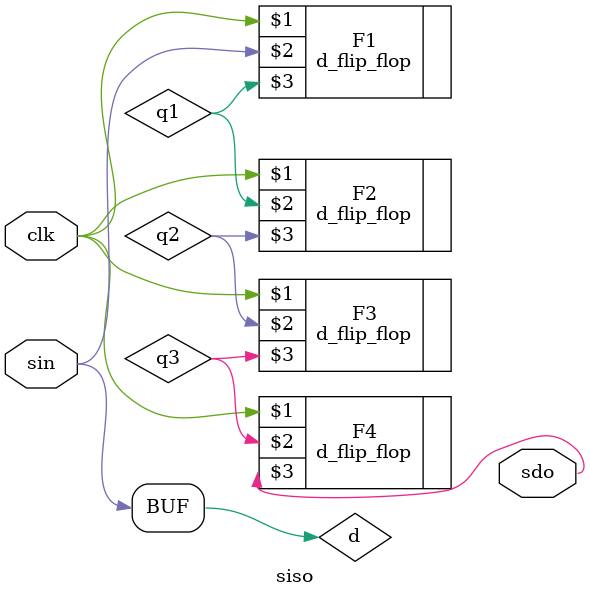
<source format=v>
`timescale 1ns / 1ps


module siso(input clk,
            input sin,
            output sdo
            );
       wire d = sin;
       wire q1, q2, q3;
       d_flip_flop F1(clk, d, q1);
       d_flip_flop F2(clk, q1, q2);
       d_flip_flop F3(clk, q2, q3);
       d_flip_flop F4(clk, q3, sdo);
        
endmodule

</source>
